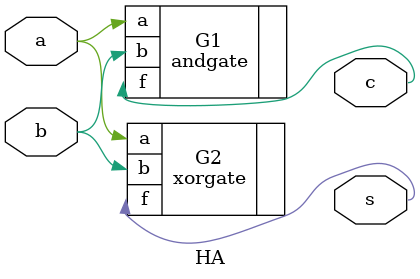
<source format=sv>
`timescale 1ns / 1ps


module HA(
input logic a,
input logic b,
output logic c,
output logic s
);
logic w1, w2;
andgate G1( .f(c) , .a(a) , .b(b) );
xorgate G2( .f(s) , .a(a) , .b(b) );
endmodule

</source>
